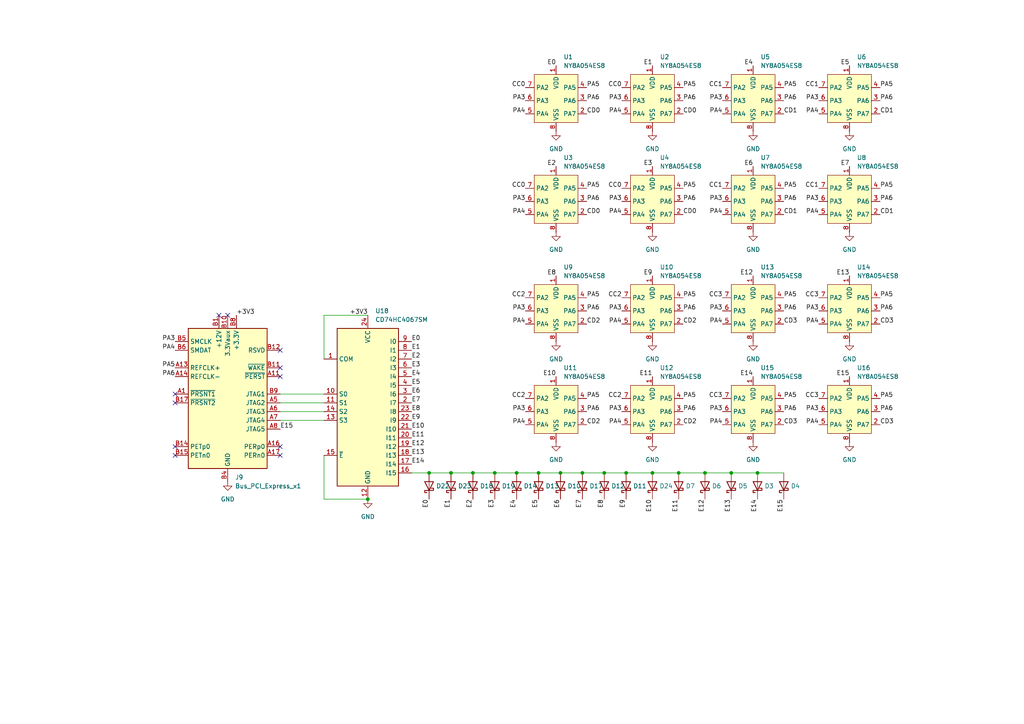
<source format=kicad_sch>
(kicad_sch (version 20250114) (generator "eeschema") (generator_version "9.0")
  (paper "A4")
  (lib_symbols
    (symbol "74xx:CD74HC4067SM"
      (property "Reference" "U" (at -8.89 22.86 0))
      (property "Value" "CD74HC4067SM" (at 1.27 22.86 0))
      (symbol "CD74HC4067SM_0_1"
        (rectangle (start -8.89 21.59) (end 8.89 -24.13) (stroke (width 0.254)) (fill (type background)))
      )
      (symbol "CD74HC4067SM_1_1"
        (pin passive line (at -12.7 12.7 0) (length 3.81) (name "COM") (number "1"))
        (pin input line (at -12.7 2.54 0) (length 3.81) (name "S0") (number "10"))
        (pin input line (at -12.7 0 0) (length 3.81) (name "S1") (number "11"))
        (pin input line (at -12.7 -2.54 0) (length 3.81) (name "S2") (number "14"))
        (pin input line (at -12.7 -5.08 0) (length 3.81) (name "S3") (number "13"))
        (pin input line (at -12.7 -15.24 0) (length 3.81) (name "~{E}") (number "15"))
        (pin power_in line (at 0 25.4 270) (length 3.81) (name "VCC") (number "24"))
        (pin power_in line (at 0 -27.94 90) (length 3.81) (name "GND") (number "12"))
        (pin passive line (at 12.7 17.78 180) (length 3.81) (name "I0") (number "9"))
        (pin passive line (at 12.7 15.24 180) (length 3.81) (name "I1") (number "8"))
        (pin passive line (at 12.7 12.7 180) (length 3.81) (name "I2") (number "7"))
        (pin passive line (at 12.7 10.16 180) (length 3.81) (name "I3") (number "6"))
        (pin passive line (at 12.7 7.62 180) (length 3.81) (name "I4") (number "5"))
        (pin passive line (at 12.7 5.08 180) (length 3.81) (name "I5") (number "4"))
        (pin passive line (at 12.7 2.54 180) (length 3.81) (name "I6") (number "3"))
        (pin passive line (at 12.7 0 180) (length 3.81) (name "I7") (number "2"))
        (pin passive line (at 12.7 -2.54 180) (length 3.81) (name "I8") (number "23"))
        (pin passive line (at 12.7 -5.08 180) (length 3.81) (name "I9") (number "22"))
        (pin passive line (at 12.7 -7.62 180) (length 3.81) (name "I10") (number "21"))
        (pin passive line (at 12.7 -10.16 180) (length 3.81) (name "I11") (number "20"))
        (pin passive line (at 12.7 -12.7 180) (length 3.81) (name "I12") (number "19"))
        (pin passive line (at 12.7 -15.24 180) (length 3.81) (name "I13") (number "18"))
        (pin passive line (at 12.7 -17.78 180) (length 3.81) (name "I14") (number "17"))
        (pin passive line (at 12.7 -20.32 180) (length 3.81) (name "I15") (number "16"))
      )
    )
    (symbol "Connector:Bus_PCI_Express_x1"
      (property "Reference" "J" (at -8.89 22.86 0))
      (property "Value" "Bus_PCI_Express_x1" (at 12.7 22.86 0))
      (symbol "Bus_PCI_Express_x1_0_1"
        (rectangle (start -11.43 21.59) (end 11.43 -19.05) (stroke (width 0.254)) (fill (type background)))
      )
      (symbol "Bus_PCI_Express_x1_1_1"
        (pin input line (at -15.24 17.78 0) (length 3.81) (name "SMCLK") (number "B5"))
        (pin bidirectional line (at -15.24 15.24 0) (length 3.81) (name "SMDAT") (number "B6"))
        (pin input line (at -15.24 10.16 0) (length 3.81) (name "REFCLK+") (number "A13"))
        (pin input line (at -15.24 7.62 0) (length 3.81) (name "REFCLK-") (number "A14"))
        (pin passive line (at -15.24 2.54 0) (length 3.81) (name "~{PRSNT1}") (number "A1"))
        (pin passive line (at -15.24 0 0) (length 3.81) (name "~{PRSNT2}") (number "B17"))
        (pin input line (at -15.24 -12.7 0) (length 3.81) (name "PETp0") (number "B14"))
        (pin input line (at -15.24 -15.24 0) (length 3.81) (name "PETn0") (number "B15"))
        (pin passive line (at -2.54 25.4 270) (length 3.81) (hide yes) (name "+12V") (number "A2"))
        (pin passive line (at -2.54 25.4 270) (length 3.81) (hide yes) (name "+12V") (number "A3"))
        (pin power_in line (at -2.54 25.4 270) (length 3.81) (name "+12V") (number "B1"))
        (pin passive line (at -2.54 25.4 270) (length 3.81) (hide yes) (name "+12V") (number "B2"))
        (pin passive line (at -2.54 25.4 270) (length 3.81) (hide yes) (name "+12V") (number "B3"))
        (pin power_in line (at 0 25.4 270) (length 3.81) (name "3.3Vaux") (number "B10"))
        (pin passive line (at 0 -22.86 90) (length 3.81) (hide yes) (name "GND") (number "A12"))
        (pin passive line (at 0 -22.86 90) (length 3.81) (hide yes) (name "GND") (number "A15"))
        (pin passive line (at 0 -22.86 90) (length 3.81) (hide yes) (name "GND") (number "A18"))
        (pin passive line (at 0 -22.86 90) (length 3.81) (hide yes) (name "GND") (number "A4"))
        (pin passive line (at 0 -22.86 90) (length 3.81) (hide yes) (name "GND") (number "B13"))
        (pin passive line (at 0 -22.86 90) (length 3.81) (hide yes) (name "GND") (number "B16"))
        (pin passive line (at 0 -22.86 90) (length 3.81) (hide yes) (name "GND") (number "B18"))
        (pin power_in line (at 0 -22.86 90) (length 3.81) (name "GND") (number "B4"))
        (pin passive line (at 0 -22.86 90) (length 3.81) (hide yes) (name "GND") (number "B7"))
        (pin passive line (at 2.54 25.4 270) (length 3.81) (hide yes) (name "+3.3V") (number "A10"))
        (pin passive line (at 2.54 25.4 270) (length 3.81) (hide yes) (name "+3.3V") (number "A9"))
        (pin power_in line (at 2.54 25.4 270) (length 3.81) (name "+3.3V") (number "B8"))
        (pin passive line (at 15.24 15.24 180) (length 3.81) (name "RSVD") (number "B12"))
        (pin open_collector line (at 15.24 10.16 180) (length 3.81) (name "~{WAKE}") (number "B11"))
        (pin input line (at 15.24 7.62 180) (length 3.81) (name "~{PERST}") (number "A11"))
        (pin input line (at 15.24 2.54 180) (length 3.81) (name "JTAG1") (number "B9"))
        (pin input line (at 15.24 0 180) (length 3.81) (name "JTAG2") (number "A5"))
        (pin input line (at 15.24 -2.54 180) (length 3.81) (name "JTAG3") (number "A6"))
        (pin output line (at 15.24 -5.08 180) (length 3.81) (name "JTAG4") (number "A7"))
        (pin input line (at 15.24 -7.62 180) (length 3.81) (name "JTAG5") (number "A8"))
        (pin output line (at 15.24 -12.7 180) (length 3.81) (name "PERp0") (number "A16"))
        (pin output line (at 15.24 -15.24 180) (length 3.81) (name "PERn0") (number "A17"))
      )
    )
    (symbol "Device:D_Schottky" (pin_numbers (hide yes)) (pin_names (offset 1.016) (hide yes))
      (property "Reference" "D" (at 0 2.54 0))
      (property "Value" "D_Schottky" (at 0 -2.54 0))
      (symbol "D_Schottky_0_1"
        (polyline (pts (xy -1.905 0.635) (xy -1.905 1.27) (xy -1.27 1.27) (xy -1.27 -1.27) (xy -0.635 -1.27) (xy -0.635 -0.635)) (stroke (width 0.254)))
        (polyline (pts (xy 1.27 1.27) (xy 1.27 -1.27) (xy -1.27 0) (xy 1.27 1.27)) (stroke (width 0.254)))
        (polyline (pts (xy 1.27 0) (xy -1.27 0)))
      )
      (symbol "D_Schottky_1_1"
        (pin passive line (at -3.81 0 0) (length 2.54) (name "K") (number "1"))
        (pin passive line (at 3.81 0 180) (length 2.54) (name "A") (number "2"))
      )
    )
    (symbol "Local:NY8A054ES8"
      (property "Reference" "U" (at 6.35 9.398 0))
      (property "Value" "NY8A054ES8" (at 11.684 11.43 0))
      (symbol "NY8A054ES8_0_1"
        (rectangle (start -6.35 7.62) (end 6.35 -6.35) (fill (type background)))
      )
      (symbol "NY8A054ES8_1_1"
        (pin bidirectional line (at -8.89 3.81 0) (length 2.54) (name "PA2") (number "7"))
        (pin bidirectional line (at -8.89 0 0) (length 2.54) (name "PA3") (number "6"))
        (pin bidirectional line (at -8.89 -3.81 0) (length 2.54) (name "PA4") (number "5"))
        (pin power_in line (at 0 10.16 270) (length 2.54) (name "VDD") (number "1"))
        (pin power_in line (at 0 -8.89 90) (length 2.54) (name "VSS") (number "8"))
        (pin bidirectional line (at 8.89 3.81 180) (length 2.54) (name "PA5") (number "4"))
        (pin bidirectional line (at 8.89 0 180) (length 2.54) (name "PA6") (number "3"))
        (pin bidirectional line (at 8.89 -3.81 180) (length 2.54) (name "PA7") (number "2"))
      )
    )
    (symbol "power:GND" (power) (pin_numbers (hide yes)) (pin_names (offset 0) (hide yes))
      (property "Value" "GND" (at 0 -3.81 0))
      (symbol "GND_0_1"
        (polyline (pts (xy 0 0) (xy 0 -1.27) (xy 1.27 -1.27) (xy 0 -2.54) (xy -1.27 -1.27) (xy 0 -1.27)))
      )
      (symbol "GND_1_1"
        (pin power_in line (at 0 0 270) (length 0) (name "~") (number "1"))
      )
    )
  )
  (junction (at 175.26 137.16))
  (junction (at 106.68 144.78))
  (junction (at 156.21 137.16))
  (junction (at 168.91 137.16))
  (junction (at 149.86 137.16))
  (junction (at 212.09 137.16))
  (junction (at 181.61 137.16))
  (junction (at 219.71 137.16))
  (junction (at 189.23 137.16))
  (junction (at 204.47 137.16))
  (junction (at 130.81 137.16))
  (junction (at 143.51 137.16))
  (junction (at 137.16 137.16))
  (junction (at 162.56 137.16))
  (junction (at 196.85 137.16))
  (junction (at 124.46 137.16))
  (no_connect (at 50.8 114.3))
  (no_connect (at 81.28 101.6))
  (no_connect (at 63.5 91.44))
  (no_connect (at 66.04 91.44))
  (no_connect (at 50.8 116.84))
  (no_connect (at 50.8 132.08))
  (no_connect (at 81.28 106.68))
  (no_connect (at 81.28 109.22))
  (no_connect (at 50.8 129.54))
  (no_connect (at 81.28 132.08))
  (no_connect (at 81.28 129.54))
  (wire (pts (xy 81.28 114.3) (xy 93.98 114.3)))
  (wire (pts (xy 219.71 137.16) (xy 227.33 137.16)))
  (wire (pts (xy 137.16 137.16) (xy 143.51 137.16)))
  (wire (pts (xy 204.47 137.16) (xy 212.09 137.16)))
  (wire (pts (xy 93.98 91.44) (xy 93.98 104.14)))
  (wire (pts (xy 181.61 137.16) (xy 189.23 137.16)))
  (wire (pts (xy 93.98 144.78) (xy 106.68 144.78)))
  (wire (pts (xy 93.98 132.08) (xy 93.98 144.78)))
  (wire (pts (xy 124.46 137.16) (xy 130.81 137.16)))
  (wire (pts (xy 119.38 137.16) (xy 124.46 137.16)))
  (wire (pts (xy 168.91 137.16) (xy 175.26 137.16)))
  (wire (pts (xy 81.28 121.92) (xy 93.98 121.92)))
  (wire (pts (xy 93.98 91.44) (xy 106.68 91.44)))
  (wire (pts (xy 189.23 137.16) (xy 196.85 137.16)))
  (wire (pts (xy 196.85 137.16) (xy 204.47 137.16)))
  (wire (pts (xy 212.09 137.16) (xy 219.71 137.16)))
  (wire (pts (xy 162.56 137.16) (xy 168.91 137.16)))
  (wire (pts (xy 149.86 137.16) (xy 156.21 137.16)))
  (wire (pts (xy 143.51 137.16) (xy 149.86 137.16)))
  (wire (pts (xy 130.81 137.16) (xy 137.16 137.16)))
  (wire (pts (xy 175.26 137.16) (xy 181.61 137.16)))
  (wire (pts (xy 81.28 119.38) (xy 93.98 119.38)))
  (wire (pts (xy 81.28 116.84) (xy 93.98 116.84)))
  (wire (pts (xy 156.21 137.16) (xy 162.56 137.16)))
  (label "PA5" (at 170.18 86.36 0))
  (label "PA5" (at 198.12 115.57 0))
  (label "PA6" (at 227.33 29.21 0))
  (label "CD2" (at 198.12 93.98 0))
  (label "+3V3" (at 106.68 91.44 180))
  (label "E9" (at 181.61 144.78 270))
  (label "PA4" (at 152.4 62.23 180))
  (label "PA6" (at 170.18 90.17 0))
  (label "E4" (at 149.86 144.78 270))
  (label "PA4" (at 152.4 33.02 180))
  (label "E12" (at 218.44 80.01 180))
  (label "PA6" (at 170.18 119.38 0))
  (label "PA6" (at 227.33 90.17 0))
  (label "PA6" (at 50.8 109.22 180))
  (label "PA5" (at 227.33 25.4 0))
  (label "PA4" (at 209.55 62.23 180))
  (label "CD1" (at 227.33 33.02 0))
  (label "PA3" (at 237.49 90.17 180))
  (label "E2" (at 137.16 144.78 270))
  (label "PA3" (at 209.55 90.17 180))
  (label "E14" (at 218.44 109.22 180))
  (label "E11" (at 196.85 144.78 270))
  (label "E4" (at 218.44 19.05 180))
  (label "PA4" (at 237.49 123.19 180))
  (label "PA4" (at 50.8 101.6 180))
  (label "PA3" (at 237.49 119.38 180))
  (label "PA5" (at 255.27 115.57 0))
  (label "CD3" (at 227.33 93.98 0))
  (label "CC2" (at 180.34 86.36 180))
  (label "CC1" (at 237.49 25.4 180))
  (label "PA3" (at 50.8 99.06 180))
  (label "E5" (at 156.21 144.78 270))
  (label "E0" (at 124.46 144.78 270))
  (label "PA6" (at 170.18 58.42 0))
  (label "PA6" (at 198.12 58.42 0))
  (label "CC3" (at 209.55 115.57 180))
  (label "CD3" (at 255.27 123.19 0))
  (label "PA3" (at 180.34 90.17 180))
  (label "CD3" (at 227.33 123.19 0))
  (label "PA4" (at 209.55 33.02 180))
  (label "E9" (at 189.23 80.01 180))
  (label "PA5" (at 227.33 86.36 0))
  (label "CD2" (at 198.12 123.19 0))
  (label "PA3" (at 152.4 90.17 180))
  (label "PA3" (at 209.55 119.38 180))
  (label "PA5" (at 255.27 86.36 0))
  (label "PA5" (at 227.33 115.57 0))
  (label "PA4" (at 180.34 62.23 180))
  (label "PA4" (at 209.55 123.19 180))
  (label "PA6" (at 255.27 119.38 0))
  (label "E8" (at 161.29 80.01 180))
  (label "E15" (at 227.33 144.78 270))
  (label "CC2" (at 152.4 115.57 180))
  (label "E7" (at 246.38 48.26 180))
  (label "CD0" (at 170.18 33.02 0))
  (label "CD1" (at 227.33 62.23 0))
  (label "PA3" (at 180.34 58.42 180))
  (label "CC1" (at 209.55 25.4 180))
  (label "CD0" (at 170.18 62.23 0))
  (label "CC2" (at 180.34 115.57 180))
  (label "PA6" (at 227.33 58.42 0))
  (label "PA5" (at 227.33 54.61 0))
  (label "E10" (at 189.23 144.78 270))
  (label "E3" (at 143.51 144.78 270))
  (label "E14" (at 219.71 144.78 270))
  (label "E5" (at 246.38 19.05 180))
  (label "CD2" (at 170.18 93.98 0))
  (label "E1" (at 130.81 144.78 270))
  (label "CC2" (at 152.4 86.36 180))
  (label "CD0" (at 198.12 33.02 0))
  (label "PA4" (at 237.49 33.02 180))
  (label "E13" (at 246.38 80.01 180))
  (label "CC3" (at 209.55 86.36 180))
  (label "PA3" (at 237.49 58.42 180))
  (label "PA5" (at 255.27 25.4 0))
  (label "+3V3" (at 68.58 91.44 0))
  (label "CC1" (at 237.49 54.61 180))
  (label "PA4" (at 237.49 62.23 180))
  (label "E2" (at 161.29 48.26 180))
  (label "CC3" (at 237.49 86.36 180))
  (label "PA4" (at 152.4 93.98 180))
  (label "PA5" (at 170.18 25.4 0))
  (label "PA6" (at 255.27 58.42 0))
  (label "PA3" (at 152.4 58.42 180))
  (label "CD3" (at 255.27 93.98 0))
  (label "E1" (at 119.38 101.6 0))
  (label "E2" (at 119.38 104.14 0))
  (label "E3" (at 119.38 106.68 0))
  (label "E0" (at 119.38 99.06 0))
  (label "E6" (at 119.38 114.3 0))
  (label "E7" (at 119.38 116.84 0))
  (label "E4" (at 119.38 109.22 0))
  (label "E5" (at 119.38 111.76 0))
  (label "E8" (at 119.38 119.38 0))
  (label "E9" (at 119.38 121.92 0))
  (label "E13" (at 119.38 132.08 0))
  (label "E14" (at 119.38 134.62 0))
  (label "E10" (at 119.38 124.46 0))
  (label "E11" (at 119.38 127 0))
  (label "E12" (at 119.38 129.54 0))
  (label "E3" (at 189.23 48.26 180))
  (label "PA3" (at 209.55 29.21 180))
  (label "PA5" (at 198.12 25.4 0))
  (label "CD2" (at 170.18 123.19 0))
  (label "PA3" (at 152.4 119.38 180))
  (label "E0" (at 161.29 19.05 180))
  (label "CC0" (at 152.4 54.61 180))
  (label "CC0" (at 152.4 25.4 180))
  (label "E6" (at 162.56 144.78 270))
  (label "PA6" (at 198.12 119.38 0))
  (label "CC0" (at 180.34 25.4 180))
  (label "PA4" (at 237.49 93.98 180))
  (label "CC1" (at 209.55 54.61 180))
  (label "PA6" (at 227.33 119.38 0))
  (label "E7" (at 168.91 144.78 270))
  (label "PA5" (at 198.12 54.61 0))
  (label "PA5" (at 50.8 106.68 180))
  (label "E15" (at 81.28 124.46 0))
  (label "PA6" (at 255.27 90.17 0))
  (label "PA6" (at 255.27 29.21 0))
  (label "CC0" (at 180.34 54.61 180))
  (label "E12" (at 204.47 144.78 270))
  (label "PA3" (at 180.34 29.21 180))
  (label "PA6" (at 198.12 29.21 0))
  (label "E15" (at 246.38 109.22 180))
  (label "PA5" (at 198.12 86.36 0))
  (label "E11" (at 189.23 109.22 180))
  (label "PA4" (at 152.4 123.19 180))
  (label "CD1" (at 255.27 62.23 0))
  (label "PA3" (at 237.49 29.21 180))
  (label "PA4" (at 209.55 93.98 180))
  (label "E6" (at 218.44 48.26 180))
  (label "PA6" (at 198.12 90.17 0))
  (label "PA4" (at 180.34 123.19 180))
  (label "PA4" (at 180.34 93.98 180))
  (label "E1" (at 189.23 19.05 180))
  (label "E13" (at 212.09 144.78 270))
  (label "PA3" (at 180.34 119.38 180))
  (label "E8" (at 175.26 144.78 270))
  (label "CD0" (at 198.12 62.23 0))
  (label "PA5" (at 170.18 54.61 0))
  (label "CD1" (at 255.27 33.02 0))
  (label "CC3" (at 237.49 115.57 180))
  (label "PA3" (at 152.4 29.21 180))
  (label "PA5" (at 170.18 115.57 0))
  (label "PA3" (at 209.55 58.42 180))
  (label "E10" (at 161.29 109.22 180))
  (label "PA6" (at 170.18 29.21 0))
  (label "PA4" (at 180.34 33.02 180))
  (label "PA5" (at 255.27 54.61 0))
  (symbol (lib_id "Device:D_Schottky") (at 181.61 140.97 90) (unit 1)
    (property "Reference" "D11" (at 183.642 140.97 90) (effects (justify right)))
    (property "Value" "D_Schottky" (effects (hide yes)))
    (property "Footprint" "Diode_SMD:D_SOD-123" (effects (hide yes)))
    (property "Description" "Schottky diode" (effects (hide yes)))
    (property "Sim.Device" "D" (effects (hide yes)))
    (property "Sim.Pins" "1=K 2=A" (effects (hide yes)))
    (property "LCSC Part #" "C41376455" (effects (hide yes)))
  )
  (symbol (lib_id "Device:D_Schottky") (at 219.71 140.97 90) (unit 1)
    (property "Reference" "D3" (at 221.742 140.97 90) (effects (justify right)))
    (property "Value" "D_Schottky" (effects (hide yes)))
    (property "Footprint" "Diode_SMD:D_SOD-123" (effects (hide yes)))
    (property "Description" "Schottky diode" (effects (hide yes)))
    (property "Sim.Device" "D" (effects (hide yes)))
    (property "Sim.Pins" "1=K 2=A" (effects (hide yes)))
    (property "LCSC Part #" "C41376455" (effects (hide yes)))
  )
  (symbol (lib_id "Device:D_Schottky") (at 204.47 140.97 90) (unit 1)
    (property "Reference" "D6" (at 206.502 140.97 90) (effects (justify right)))
    (property "Value" "D_Schottky" (effects (hide yes)))
    (property "Footprint" "Diode_SMD:D_SOD-123" (effects (hide yes)))
    (property "Description" "Schottky diode" (effects (hide yes)))
    (property "Sim.Device" "D" (effects (hide yes)))
    (property "Sim.Pins" "1=K 2=A" (effects (hide yes)))
    (property "LCSC Part #" "C41376455" (effects (hide yes)))
  )
  (symbol (lib_id "Local:NY8A054ES8") (at 246.38 119.38 0) (unit 1)
    (property "Reference" "U16" (at 248.5233 106.68 0) (effects (justify left)))
    (property "Value" "NY8A054ES8" (at 248.5233 109.22 0) (effects (justify left)))
    (property "Footprint" "Package_SO:SOP-8_3.76x4.96mm_P1.27mm" (effects (hide yes)))
    (property "Datasheet" "https://lcsc.com/datasheet/lcsc_datasheet_2401051650_JSMSEMI-NY8A054ES8_C2857167.pdf" (effects (hide yes)))
    (property "LCSC Part #" "C2857167" (effects (hide yes)))
  )
  (symbol (lib_id "power:GND") (at 246.38 67.31 0) (unit 1)
    (property "Reference" "#PWR08" (effects (hide yes)))
    (property "Value" "GND" (at 246.38 72.39 0))
    (property "Description" "Power symbol creates a global label with name \"GND\" , ground" (effects (hide yes)))
  )
  (symbol (lib_id "Local:NY8A054ES8") (at 161.29 119.38 0) (unit 1)
    (property "Reference" "U11" (at 163.4333 106.68 0) (effects (justify left)))
    (property "Value" "NY8A054ES8" (at 163.4333 109.22 0) (effects (justify left)))
    (property "Footprint" "Package_SO:SOP-8_3.76x4.96mm_P1.27mm" (effects (hide yes)))
    (property "Datasheet" "https://lcsc.com/datasheet/lcsc_datasheet_2401051650_JSMSEMI-NY8A054ES8_C2857167.pdf" (effects (hide yes)))
    (property "LCSC Part #" "C2857167" (effects (hide yes)))
  )
  (symbol (lib_id "Local:NY8A054ES8") (at 161.29 29.21 0) (unit 1)
    (property "Reference" "U1" (at 163.4333 16.51 0) (effects (justify left)))
    (property "Value" "NY8A054ES8" (at 163.4333 19.05 0) (effects (justify left)))
    (property "Footprint" "Package_SO:SOP-8_3.76x4.96mm_P1.27mm" (effects (hide yes)))
    (property "Datasheet" "https://lcsc.com/datasheet/lcsc_datasheet_2401051650_JSMSEMI-NY8A054ES8_C2857167.pdf" (effects (hide yes)))
    (property "LCSC Part #" "C2857167" (effects (hide yes)))
  )
  (symbol (lib_id "Connector:Bus_PCI_Express_x1") (at 66.04 116.84 0) (unit 1)
    (property "Reference" "J9" (at 68.1833 138.43 0) (effects (justify left)))
    (property "Value" "Bus_PCI_Express_x1" (at 68.1833 140.97 0) (effects (justify left)))
    (property "Footprint" "Connector_PCBEdge:BUS_PCIexpress_x1" (effects (hide yes)))
    (property "Datasheet" "http://www.ritrontek.com/uploadfile/2016/1026/20161026105231124.pdf#page=63" (effects (hide yes)))
    (property "Description" "PCI Express bus connector x1" (effects (hide yes)))
  )
  (symbol (lib_id "power:GND") (at 66.04 139.7 0) (unit 1)
    (property "Reference" "#PWR019" (effects (hide yes)))
    (property "Value" "GND" (at 66.04 144.78 0))
    (property "Description" "Power symbol creates a global label with name \"GND\" , ground" (effects (hide yes)))
  )
  (symbol (lib_id "Local:NY8A054ES8") (at 189.23 90.17 0) (unit 1)
    (property "Reference" "U10" (at 191.3733 77.47 0) (effects (justify left)))
    (property "Value" "NY8A054ES8" (at 191.3733 80.01 0) (effects (justify left)))
    (property "Footprint" "Package_SO:SOP-8_3.76x4.96mm_P1.27mm" (effects (hide yes)))
    (property "Datasheet" "https://lcsc.com/datasheet/lcsc_datasheet_2401051650_JSMSEMI-NY8A054ES8_C2857167.pdf" (effects (hide yes)))
    (property "LCSC Part #" "C2857167" (effects (hide yes)))
  )
  (symbol (lib_id "power:GND") (at 189.23 38.1 0) (unit 1)
    (property "Reference" "#PWR02" (effects (hide yes)))
    (property "Value" "GND" (at 189.23 43.18 0))
    (property "Description" "Power symbol creates a global label with name \"GND\" , ground" (effects (hide yes)))
  )
  (symbol (lib_id "Local:NY8A054ES8") (at 189.23 119.38 0) (unit 1)
    (property "Reference" "U12" (at 191.3733 106.68 0) (effects (justify left)))
    (property "Value" "NY8A054ES8" (at 191.3733 109.22 0) (effects (justify left)))
    (property "Footprint" "Package_SO:SOP-8_3.76x4.96mm_P1.27mm" (effects (hide yes)))
    (property "Datasheet" "https://lcsc.com/datasheet/lcsc_datasheet_2401051650_JSMSEMI-NY8A054ES8_C2857167.pdf" (effects (hide yes)))
    (property "LCSC Part #" "C2857167" (effects (hide yes)))
  )
  (symbol (lib_id "power:GND") (at 218.44 38.1 0) (unit 1)
    (property "Reference" "#PWR03" (effects (hide yes)))
    (property "Value" "GND" (at 218.44 43.18 0))
    (property "Description" "Power symbol creates a global label with name \"GND\" , ground" (effects (hide yes)))
  )
  (symbol (lib_id "power:GND") (at 189.23 99.06 0) (unit 1)
    (property "Reference" "#PWR012" (effects (hide yes)))
    (property "Value" "GND" (at 189.23 104.14 0))
    (property "Description" "Power symbol creates a global label with name \"GND\" , ground" (effects (hide yes)))
  )
  (symbol (lib_id "Device:D_Schottky") (at 130.81 140.97 90) (unit 1)
    (property "Reference" "D23" (at 132.842 140.97 90) (effects (justify right)))
    (property "Value" "D_Schottky" (effects (hide yes)))
    (property "Footprint" "Diode_SMD:D_SOD-123" (effects (hide yes)))
    (property "Description" "Schottky diode" (effects (hide yes)))
    (property "Sim.Device" "D" (effects (hide yes)))
    (property "Sim.Pins" "1=K 2=A" (effects (hide yes)))
    (property "LCSC Part #" "C41376455" (effects (hide yes)))
  )
  (symbol (lib_id "Device:D_Schottky") (at 212.09 140.97 90) (unit 1)
    (property "Reference" "D5" (at 214.122 140.97 90) (effects (justify right)))
    (property "Value" "D_Schottky" (effects (hide yes)))
    (property "Footprint" "Diode_SMD:D_SOD-123" (effects (hide yes)))
    (property "Description" "Schottky diode" (effects (hide yes)))
    (property "Sim.Device" "D" (effects (hide yes)))
    (property "Sim.Pins" "1=K 2=A" (effects (hide yes)))
    (property "LCSC Part #" "C41376455" (effects (hide yes)))
  )
  (symbol (lib_id "power:GND") (at 246.38 128.27 0) (unit 1)
    (property "Reference" "#PWR018" (effects (hide yes)))
    (property "Value" "GND" (at 246.38 133.35 0))
    (property "Description" "Power symbol creates a global label with name \"GND\" , ground" (effects (hide yes)))
  )
  (symbol (lib_id "power:GND") (at 218.44 128.27 0) (unit 1)
    (property "Reference" "#PWR017" (effects (hide yes)))
    (property "Value" "GND" (at 218.44 133.35 0))
    (property "Description" "Power symbol creates a global label with name \"GND\" , ground" (effects (hide yes)))
  )
  (symbol (lib_id "power:GND") (at 161.29 128.27 0) (unit 1)
    (property "Reference" "#PWR015" (effects (hide yes)))
    (property "Value" "GND" (at 161.29 133.35 0))
    (property "Description" "Power symbol creates a global label with name \"GND\" , ground" (effects (hide yes)))
  )
  (symbol (lib_id "Local:NY8A054ES8") (at 218.44 58.42 0) (unit 1)
    (property "Reference" "U7" (at 220.5833 45.72 0) (effects (justify left)))
    (property "Value" "NY8A054ES8" (at 220.5833 48.26 0) (effects (justify left)))
    (property "Footprint" "Package_SO:SOP-8_3.76x4.96mm_P1.27mm" (effects (hide yes)))
    (property "Datasheet" "https://lcsc.com/datasheet/lcsc_datasheet_2401051650_JSMSEMI-NY8A054ES8_C2857167.pdf" (effects (hide yes)))
    (property "LCSC Part #" "C2857167" (effects (hide yes)))
  )
  (symbol (lib_id "power:GND") (at 189.23 67.31 0) (unit 1)
    (property "Reference" "#PWR06" (effects (hide yes)))
    (property "Value" "GND" (at 189.23 72.39 0))
    (property "Description" "Power symbol creates a global label with name \"GND\" , ground" (effects (hide yes)))
  )
  (symbol (lib_id "Device:D_Schottky") (at 189.23 140.97 90) (unit 1)
    (property "Reference" "D24" (at 191.262 140.97 90) (effects (justify right)))
    (property "Value" "D_Schottky" (effects (hide yes)))
    (property "Footprint" "Diode_SMD:D_SOD-123" (effects (hide yes)))
    (property "Description" "Schottky diode" (effects (hide yes)))
    (property "Sim.Device" "D" (effects (hide yes)))
    (property "Sim.Pins" "1=K 2=A" (effects (hide yes)))
    (property "LCSC Part #" "C41376455" (effects (hide yes)))
  )
  (symbol (lib_id "power:GND") (at 161.29 99.06 0) (unit 1)
    (property "Reference" "#PWR011" (effects (hide yes)))
    (property "Value" "GND" (at 161.29 104.14 0))
    (property "Description" "Power symbol creates a global label with name \"GND\" , ground" (effects (hide yes)))
  )
  (symbol (lib_id "Local:NY8A054ES8") (at 246.38 90.17 0) (unit 1)
    (property "Reference" "U14" (at 248.5233 77.47 0) (effects (justify left)))
    (property "Value" "NY8A054ES8" (at 248.5233 80.01 0) (effects (justify left)))
    (property "Footprint" "Package_SO:SOP-8_3.76x4.96mm_P1.27mm" (effects (hide yes)))
    (property "Datasheet" "https://lcsc.com/datasheet/lcsc_datasheet_2401051650_JSMSEMI-NY8A054ES8_C2857167.pdf" (effects (hide yes)))
    (property "LCSC Part #" "C2857167" (effects (hide yes)))
  )
  (symbol (lib_id "Device:D_Schottky") (at 227.33 140.97 90) (unit 1)
    (property "Reference" "D4" (at 229.362 140.97 90) (effects (justify right)))
    (property "Value" "D_Schottky" (effects (hide yes)))
    (property "Footprint" "Diode_SMD:D_SOD-123" (effects (hide yes)))
    (property "Description" "Schottky diode" (effects (hide yes)))
    (property "Sim.Device" "D" (effects (hide yes)))
    (property "Sim.Pins" "1=K 2=A" (effects (hide yes)))
    (property "LCSC Part #" "C41376455" (effects (hide yes)))
  )
  (symbol (lib_id "Local:NY8A054ES8") (at 218.44 90.17 0) (unit 1)
    (property "Reference" "U13" (at 220.5833 77.47 0) (effects (justify left)))
    (property "Value" "NY8A054ES8" (at 220.5833 80.01 0) (effects (justify left)))
    (property "Footprint" "Package_SO:SOP-8_3.76x4.96mm_P1.27mm" (effects (hide yes)))
    (property "Datasheet" "https://lcsc.com/datasheet/lcsc_datasheet_2401051650_JSMSEMI-NY8A054ES8_C2857167.pdf" (effects (hide yes)))
    (property "LCSC Part #" "C2857167" (effects (hide yes)))
  )
  (symbol (lib_id "power:GND") (at 246.38 38.1 0) (unit 1)
    (property "Reference" "#PWR04" (effects (hide yes)))
    (property "Value" "GND" (at 246.38 43.18 0))
    (property "Description" "Power symbol creates a global label with name \"GND\" , ground" (effects (hide yes)))
  )
  (symbol (lib_id "Device:D_Schottky") (at 175.26 140.97 90) (unit 1)
    (property "Reference" "D12" (at 177.292 140.97 90) (effects (justify right)))
    (property "Value" "D_Schottky" (effects (hide yes)))
    (property "Footprint" "Diode_SMD:D_SOD-123" (effects (hide yes)))
    (property "Description" "Schottky diode" (effects (hide yes)))
    (property "Sim.Device" "D" (effects (hide yes)))
    (property "Sim.Pins" "1=K 2=A" (effects (hide yes)))
    (property "LCSC Part #" "C41376455" (effects (hide yes)))
  )
  (symbol (lib_id "Device:D_Schottky") (at 149.86 140.97 90) (unit 1)
    (property "Reference" "D14" (at 151.892 140.97 90) (effects (justify right)))
    (property "Value" "D_Schottky" (effects (hide yes)))
    (property "Footprint" "Diode_SMD:D_SOD-123" (effects (hide yes)))
    (property "Description" "Schottky diode" (effects (hide yes)))
    (property "Sim.Device" "D" (effects (hide yes)))
    (property "Sim.Pins" "1=K 2=A" (effects (hide yes)))
    (property "LCSC Part #" "C41376455" (effects (hide yes)))
  )
  (symbol (lib_id "Local:NY8A054ES8") (at 161.29 90.17 0) (unit 1)
    (property "Reference" "U9" (at 163.4333 77.47 0) (effects (justify left)))
    (property "Value" "NY8A054ES8" (at 163.4333 80.01 0) (effects (justify left)))
    (property "Footprint" "Package_SO:SOP-8_3.76x4.96mm_P1.27mm" (effects (hide yes)))
    (property "Datasheet" "https://lcsc.com/datasheet/lcsc_datasheet_2401051650_JSMSEMI-NY8A054ES8_C2857167.pdf" (effects (hide yes)))
    (property "LCSC Part #" "C2857167" (effects (hide yes)))
  )
  (symbol (lib_id "power:GND") (at 161.29 38.1 0) (unit 1)
    (property "Reference" "#PWR01" (effects (hide yes)))
    (property "Value" "GND" (at 161.29 43.18 0))
    (property "Description" "Power symbol creates a global label with name \"GND\" , ground" (effects (hide yes)))
  )
  (symbol (lib_id "Local:NY8A054ES8") (at 246.38 58.42 0) (unit 1)
    (property "Reference" "U8" (at 248.5233 45.72 0) (effects (justify left)))
    (property "Value" "NY8A054ES8" (at 248.5233 48.26 0) (effects (justify left)))
    (property "Footprint" "Package_SO:SOP-8_3.76x4.96mm_P1.27mm" (effects (hide yes)))
    (property "Datasheet" "https://lcsc.com/datasheet/lcsc_datasheet_2401051650_JSMSEMI-NY8A054ES8_C2857167.pdf" (effects (hide yes)))
    (property "LCSC Part #" "C2857167" (effects (hide yes)))
  )
  (symbol (lib_id "74xx:CD74HC4067SM") (at 106.68 116.84 0) (unit 1)
    (property "Reference" "U18" (at 108.8233 90.17 0) (effects (justify left)))
    (property "Value" "CD74HC4067SM" (at 108.8233 92.71 0) (effects (justify left)))
    (property "Footprint" "Package_SO:SSOP-24_5.3x8.2mm_P0.65mm" (effects (hide yes)))
    (property "Datasheet" "http://www.ti.com/lit/ds/symlink/cd74hc4067.pdf" (effects (hide yes)))
    (property "Description" "High-Speed CMOS Logic 16-Channel Analog Multiplexer/Demultiplexer, SSOP-24" (effects (hide yes)))
    (property "LCSC Part #" "C98457" (effects (hide yes)))
  )
  (symbol (lib_id "power:GND") (at 246.38 99.06 0) (unit 1)
    (property "Reference" "#PWR014" (effects (hide yes)))
    (property "Value" "GND" (at 246.38 104.14 0))
    (property "Description" "Power symbol creates a global label with name \"GND\" , ground" (effects (hide yes)))
  )
  (symbol (lib_id "Local:NY8A054ES8") (at 189.23 29.21 0) (unit 1)
    (property "Reference" "U2" (at 191.3733 16.51 0) (effects (justify left)))
    (property "Value" "NY8A054ES8" (at 191.3733 19.05 0) (effects (justify left)))
    (property "Footprint" "Package_SO:SOP-8_3.76x4.96mm_P1.27mm" (effects (hide yes)))
    (property "Datasheet" "https://lcsc.com/datasheet/lcsc_datasheet_2401051650_JSMSEMI-NY8A054ES8_C2857167.pdf" (effects (hide yes)))
    (property "LCSC Part #" "C2857167" (effects (hide yes)))
  )
  (symbol (lib_id "Device:D_Schottky") (at 124.46 140.97 90) (unit 1)
    (property "Reference" "D22" (at 126.492 140.97 90) (effects (justify right)))
    (property "Value" "D_Schottky" (effects (hide yes)))
    (property "Footprint" "Diode_SMD:D_SOD-123" (effects (hide yes)))
    (property "Description" "Schottky diode" (effects (hide yes)))
    (property "Sim.Device" "D" (effects (hide yes)))
    (property "Sim.Pins" "1=K 2=A" (effects (hide yes)))
    (property "LCSC Part #" "C41376455" (effects (hide yes)))
  )
  (symbol (lib_id "power:GND") (at 106.68 144.78 0) (unit 1)
    (property "Reference" "#PWR020" (effects (hide yes)))
    (property "Value" "GND" (at 106.68 149.86 0))
    (property "Description" "Power symbol creates a global label with name \"GND\" , ground" (effects (hide yes)))
  )
  (symbol (lib_id "Local:NY8A054ES8") (at 218.44 29.21 0) (unit 1)
    (property "Reference" "U5" (at 220.5833 16.51 0) (effects (justify left)))
    (property "Value" "NY8A054ES8" (at 220.5833 19.05 0) (effects (justify left)))
    (property "Footprint" "Package_SO:SOP-8_3.76x4.96mm_P1.27mm" (effects (hide yes)))
    (property "Datasheet" "https://lcsc.com/datasheet/lcsc_datasheet_2401051650_JSMSEMI-NY8A054ES8_C2857167.pdf" (effects (hide yes)))
    (property "LCSC Part #" "C2857167" (effects (hide yes)))
  )
  (symbol (lib_id "power:GND") (at 218.44 99.06 0) (unit 1)
    (property "Reference" "#PWR013" (effects (hide yes)))
    (property "Value" "GND" (at 218.44 104.14 0))
    (property "Description" "Power symbol creates a global label with name \"GND\" , ground" (effects (hide yes)))
  )
  (symbol (lib_id "Local:NY8A054ES8") (at 218.44 119.38 0) (unit 1)
    (property "Reference" "U15" (at 220.5833 106.68 0) (effects (justify left)))
    (property "Value" "NY8A054ES8" (at 220.5833 109.22 0) (effects (justify left)))
    (property "Footprint" "Package_SO:SOP-8_3.76x4.96mm_P1.27mm" (effects (hide yes)))
    (property "Datasheet" "https://lcsc.com/datasheet/lcsc_datasheet_2401051650_JSMSEMI-NY8A054ES8_C2857167.pdf" (effects (hide yes)))
    (property "LCSC Part #" "C2857167" (effects (hide yes)))
  )
  (symbol (lib_id "power:GND") (at 189.23 128.27 0) (unit 1)
    (property "Reference" "#PWR016" (effects (hide yes)))
    (property "Value" "GND" (at 189.23 133.35 0))
    (property "Description" "Power symbol creates a global label with name \"GND\" , ground" (effects (hide yes)))
  )
  (symbol (lib_id "Device:D_Schottky") (at 143.51 140.97 90) (unit 1)
    (property "Reference" "D19" (at 145.542 140.97 90) (effects (justify right)))
    (property "Value" "D_Schottky" (effects (hide yes)))
    (property "Footprint" "Diode_SMD:D_SOD-123" (effects (hide yes)))
    (property "Description" "Schottky diode" (effects (hide yes)))
    (property "Sim.Device" "D" (effects (hide yes)))
    (property "Sim.Pins" "1=K 2=A" (effects (hide yes)))
    (property "LCSC Part #" "C41376455" (effects (hide yes)))
  )
  (symbol (lib_id "Local:NY8A054ES8") (at 189.23 58.42 0) (unit 1)
    (property "Reference" "U4" (at 191.3733 45.72 0) (effects (justify left)))
    (property "Value" "NY8A054ES8" (at 191.3733 48.26 0) (effects (justify left)))
    (property "Footprint" "Package_SO:SOP-8_3.76x4.96mm_P1.27mm" (effects (hide yes)))
    (property "Datasheet" "https://lcsc.com/datasheet/lcsc_datasheet_2401051650_JSMSEMI-NY8A054ES8_C2857167.pdf" (effects (hide yes)))
    (property "LCSC Part #" "C2857167" (effects (hide yes)))
  )
  (symbol (lib_id "Device:D_Schottky") (at 196.85 140.97 90) (unit 1)
    (property "Reference" "D7" (at 198.882 140.97 90) (effects (justify right)))
    (property "Value" "D_Schottky" (effects (hide yes)))
    (property "Footprint" "Diode_SMD:D_SOD-123" (effects (hide yes)))
    (property "Description" "Schottky diode" (effects (hide yes)))
    (property "Sim.Device" "D" (effects (hide yes)))
    (property "Sim.Pins" "1=K 2=A" (effects (hide yes)))
    (property "LCSC Part #" "C41376455" (effects (hide yes)))
  )
  (symbol (lib_id "Device:D_Schottky") (at 156.21 140.97 90) (unit 1)
    (property "Reference" "D13" (at 158.242 140.97 90) (effects (justify right)))
    (property "Value" "D_Schottky" (effects (hide yes)))
    (property "Footprint" "Diode_SMD:D_SOD-123" (effects (hide yes)))
    (property "Description" "Schottky diode" (effects (hide yes)))
    (property "Sim.Device" "D" (effects (hide yes)))
    (property "Sim.Pins" "1=K 2=A" (effects (hide yes)))
    (property "LCSC Part #" "C41376455" (effects (hide yes)))
  )
  (symbol (lib_id "Device:D_Schottky") (at 168.91 140.97 90) (unit 1)
    (property "Reference" "D17" (at 170.942 140.97 90) (effects (justify right)))
    (property "Value" "D_Schottky" (effects (hide yes)))
    (property "Footprint" "Diode_SMD:D_SOD-123" (effects (hide yes)))
    (property "Description" "Schottky diode" (effects (hide yes)))
    (property "Sim.Device" "D" (effects (hide yes)))
    (property "Sim.Pins" "1=K 2=A" (effects (hide yes)))
    (property "LCSC Part #" "C41376455" (effects (hide yes)))
  )
  (symbol (lib_id "power:GND") (at 218.44 67.31 0) (unit 1)
    (property "Reference" "#PWR07" (effects (hide yes)))
    (property "Value" "GND" (at 218.44 72.39 0))
    (property "Description" "Power symbol creates a global label with name \"GND\" , ground" (effects (hide yes)))
  )
  (symbol (lib_id "power:GND") (at 161.29 67.31 0) (unit 1)
    (property "Reference" "#PWR05" (effects (hide yes)))
    (property "Value" "GND" (at 161.29 72.39 0))
    (property "Description" "Power symbol creates a global label with name \"GND\" , ground" (effects (hide yes)))
  )
  (symbol (lib_id "Local:NY8A054ES8") (at 161.29 58.42 0) (unit 1)
    (property "Reference" "U3" (at 163.4333 45.72 0) (effects (justify left)))
    (property "Value" "NY8A054ES8" (at 163.4333 48.26 0) (effects (justify left)))
    (property "Footprint" "Package_SO:SOP-8_3.76x4.96mm_P1.27mm" (effects (hide yes)))
    (property "Datasheet" "https://lcsc.com/datasheet/lcsc_datasheet_2401051650_JSMSEMI-NY8A054ES8_C2857167.pdf" (effects (hide yes)))
    (property "LCSC Part #" "C2857167" (effects (hide yes)))
  )
  (symbol (lib_id "Device:D_Schottky") (at 137.16 140.97 90) (unit 1)
    (property "Reference" "D18" (at 139.192 140.97 90) (effects (justify right)))
    (property "Value" "D_Schottky" (effects (hide yes)))
    (property "Footprint" "Diode_SMD:D_SOD-123" (effects (hide yes)))
    (property "Description" "Schottky diode" (effects (hide yes)))
    (property "Sim.Device" "D" (effects (hide yes)))
    (property "Sim.Pins" "1=K 2=A" (effects (hide yes)))
    (property "LCSC Part #" "C41376455" (effects (hide yes)))
  )
  (symbol (lib_id "Local:NY8A054ES8") (at 246.38 29.21 0) (unit 1)
    (property "Reference" "U6" (at 248.5233 16.51 0) (effects (justify left)))
    (property "Value" "NY8A054ES8" (at 248.5233 19.05 0) (effects (justify left)))
    (property "Footprint" "Package_SO:SOP-8_3.76x4.96mm_P1.27mm" (effects (hide yes)))
    (property "Datasheet" "https://lcsc.com/datasheet/lcsc_datasheet_2401051650_JSMSEMI-NY8A054ES8_C2857167.pdf" (effects (hide yes)))
    (property "LCSC Part #" "C2857167" (effects (hide yes)))
  )
  (symbol (lib_id "Device:D_Schottky") (at 162.56 140.97 90) (unit 1)
    (property "Reference" "D10" (at 164.592 140.97 90) (effects (justify right)))
    (property "Value" "D_Schottky" (effects (hide yes)))
    (property "Footprint" "Diode_SMD:D_SOD-123" (effects (hide yes)))
    (property "Description" "Schottky diode" (effects (hide yes)))
    (property "Sim.Device" "D" (effects (hide yes)))
    (property "Sim.Pins" "1=K 2=A" (effects (hide yes)))
    (property "LCSC Part #" "C41376455" (effects (hide yes)))
  )
)
</source>
